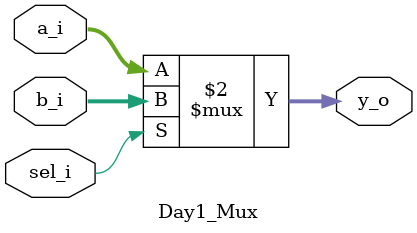
<source format=v>

module Day1_Mux(
  input   wire [7:0]    a_i,
  input   wire [7:0]    b_i,
  input   wire          sel_i,
  output  wire [7:0]    y_o
);

  // Write your logic here...
  assign y_o = (sel_i == 1'b0) ? a_i : b_i;

endmodule

</source>
